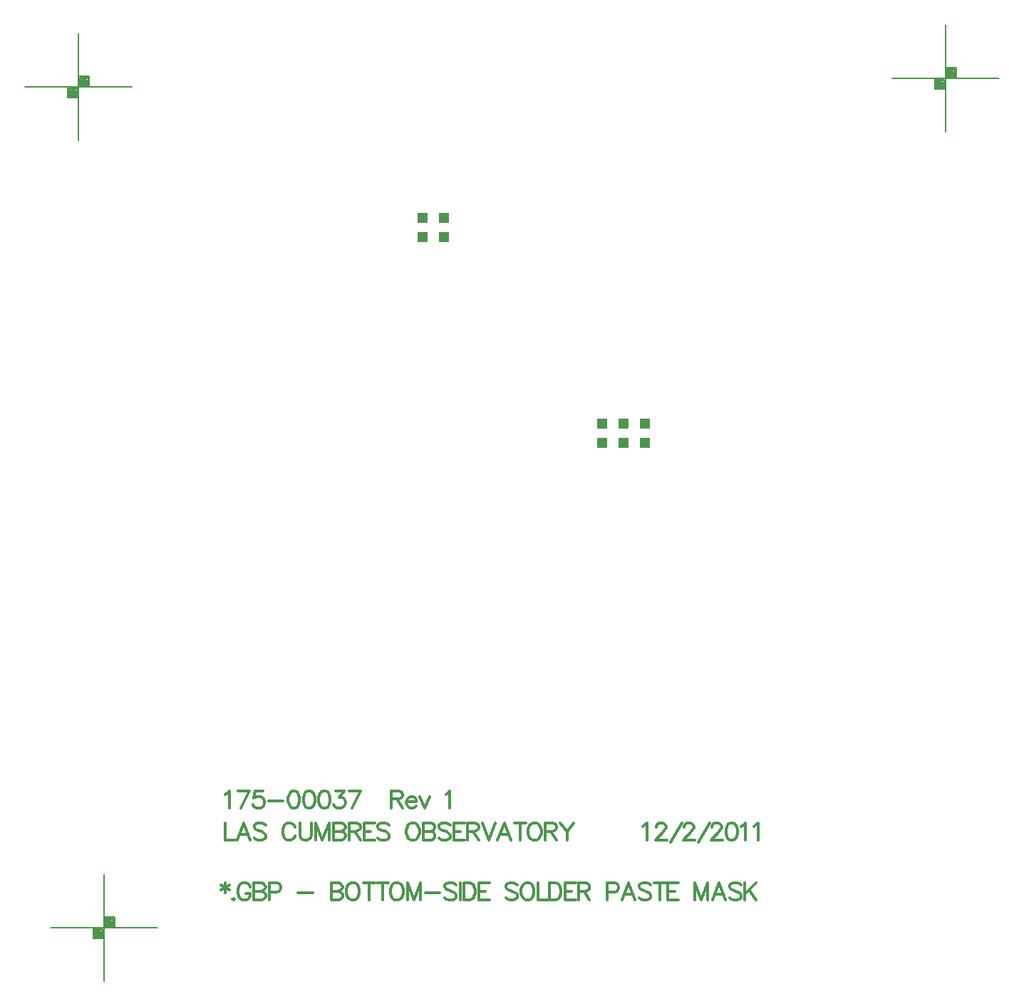
<source format=gbp>
%FSLAX23Y23*%
%MOIN*%
G70*
G01*
G75*
G04 Layer_Color=128*
%ADD10C,0.010*%
%ADD11C,0.012*%
%ADD12C,0.008*%
%ADD13C,0.012*%
%ADD14C,0.012*%
%ADD15C,0.069*%
%ADD16R,0.069X0.069*%
%ADD17C,0.177*%
%ADD18C,0.059*%
%ADD19R,0.059X0.059*%
%ADD20C,0.120*%
%ADD21R,0.120X0.120*%
%ADD22C,0.050*%
%ADD23C,0.040*%
%ADD24C,0.087*%
G04:AMPARAMS|DCode=25|XSize=87.244mil|YSize=87.244mil|CornerRadius=0mil|HoleSize=0mil|Usage=FLASHONLY|Rotation=0.000|XOffset=0mil|YOffset=0mil|HoleType=Round|Shape=Relief|Width=10mil|Gap=10mil|Entries=4|*
%AMTHD25*
7,0,0,0.087,0.067,0.010,45*
%
%ADD25THD25*%
%ADD26C,0.162*%
%ADD27C,0.075*%
G04:AMPARAMS|DCode=28|XSize=110mil|YSize=110mil|CornerRadius=0mil|HoleSize=0mil|Usage=FLASHONLY|Rotation=0.000|XOffset=0mil|YOffset=0mil|HoleType=Round|Shape=Relief|Width=10mil|Gap=10mil|Entries=4|*
%AMTHD28*
7,0,0,0.110,0.090,0.010,45*
%
%ADD28THD28*%
%ADD29C,0.110*%
%ADD30C,0.068*%
G04:AMPARAMS|DCode=31|XSize=68mil|YSize=68mil|CornerRadius=0mil|HoleSize=0mil|Usage=FLASHONLY|Rotation=0.000|XOffset=0mil|YOffset=0mil|HoleType=Round|Shape=Relief|Width=10mil|Gap=10mil|Entries=4|*
%AMTHD31*
7,0,0,0.068,0.048,0.010,45*
%
%ADD31THD31*%
%ADD32R,0.050X0.050*%
%ADD33C,0.005*%
%ADD34C,0.020*%
%ADD35R,0.315X0.135*%
%ADD36C,0.077*%
%ADD37R,0.077X0.077*%
%ADD38C,0.185*%
%ADD39C,0.067*%
%ADD40R,0.067X0.067*%
%ADD41C,0.128*%
%ADD42R,0.128X0.128*%
%ADD43C,0.058*%
%ADD44R,0.888X0.233*%
%ADD45R,0.058X0.058*%
D12*
X47518Y37098D02*
X48018D01*
X47768Y36848D02*
Y37348D01*
X47818Y37098D02*
Y37148D01*
X47768D02*
X47818D01*
X47718Y37048D02*
Y37098D01*
Y37048D02*
X47768D01*
X47723Y37093D02*
X47763D01*
X47723Y37053D02*
Y37093D01*
Y37053D02*
X47763D01*
Y37093D01*
X47728Y37088D02*
X47758D01*
X47728Y37058D02*
Y37088D01*
Y37058D02*
X47758D01*
Y37083D01*
X47733D02*
X47753D01*
X47733Y37063D02*
Y37083D01*
Y37063D02*
X47753D01*
Y37078D01*
X47738D02*
X47748D01*
X47738Y37068D02*
Y37078D01*
Y37068D02*
X47748D01*
Y37078D01*
X47738Y37073D02*
X47748D01*
X47773Y37143D02*
X47813D01*
X47773Y37103D02*
Y37143D01*
Y37103D02*
X47813D01*
Y37143D01*
X47778Y37138D02*
X47808D01*
X47778Y37108D02*
Y37138D01*
Y37108D02*
X47808D01*
Y37133D01*
X47783D02*
X47803D01*
X47783Y37113D02*
Y37133D01*
Y37113D02*
X47803D01*
Y37128D01*
X47788D02*
X47798D01*
X47788Y37118D02*
Y37128D01*
Y37118D02*
X47798D01*
Y37128D01*
X47788Y37123D02*
X47798D01*
X43463Y37058D02*
X43963D01*
X43713Y36808D02*
Y37308D01*
X43763Y37058D02*
Y37108D01*
X43713D02*
X43763D01*
X43663Y37008D02*
Y37058D01*
Y37008D02*
X43713D01*
X43668Y37053D02*
X43708D01*
X43668Y37013D02*
Y37053D01*
Y37013D02*
X43708D01*
Y37053D01*
X43673Y37048D02*
X43703D01*
X43673Y37018D02*
Y37048D01*
Y37018D02*
X43703D01*
Y37043D01*
X43678D02*
X43698D01*
X43678Y37023D02*
Y37043D01*
Y37023D02*
X43698D01*
Y37038D01*
X43683D02*
X43693D01*
X43683Y37028D02*
Y37038D01*
Y37028D02*
X43693D01*
Y37038D01*
X43683Y37033D02*
X43693D01*
X43718Y37103D02*
X43758D01*
X43718Y37063D02*
Y37103D01*
Y37063D02*
X43758D01*
Y37103D01*
X43723Y37098D02*
X43753D01*
X43723Y37068D02*
Y37098D01*
Y37068D02*
X43753D01*
Y37093D01*
X43728D02*
X43748D01*
X43728Y37073D02*
Y37093D01*
Y37073D02*
X43748D01*
Y37088D01*
X43733D02*
X43743D01*
X43733Y37078D02*
Y37088D01*
Y37078D02*
X43743D01*
Y37088D01*
X43733Y37083D02*
X43743D01*
X43581Y33121D02*
X44081D01*
X43831Y32871D02*
Y33371D01*
X43881Y33121D02*
Y33171D01*
X43831D02*
X43881D01*
X43781Y33071D02*
Y33121D01*
Y33071D02*
X43831D01*
X43786Y33116D02*
X43826D01*
X43786Y33076D02*
Y33116D01*
Y33076D02*
X43826D01*
Y33116D01*
X43791Y33111D02*
X43821D01*
X43791Y33081D02*
Y33111D01*
Y33081D02*
X43821D01*
Y33106D01*
X43796D02*
X43816D01*
X43796Y33086D02*
Y33106D01*
Y33086D02*
X43816D01*
Y33101D01*
X43801D02*
X43811D01*
X43801Y33091D02*
Y33101D01*
Y33091D02*
X43811D01*
Y33101D01*
X43801Y33096D02*
X43811D01*
X43836Y33166D02*
X43876D01*
X43836Y33126D02*
Y33166D01*
Y33126D02*
X43876D01*
Y33166D01*
X43841Y33161D02*
X43871D01*
X43841Y33131D02*
Y33161D01*
Y33131D02*
X43871D01*
Y33156D01*
X43846D02*
X43866D01*
X43846Y33136D02*
Y33156D01*
Y33136D02*
X43866D01*
Y33151D01*
X43851D02*
X43861D01*
X43851Y33141D02*
Y33151D01*
Y33141D02*
X43861D01*
Y33151D01*
X43851Y33146D02*
X43861D01*
D13*
X44397Y33331D02*
Y33285D01*
X44378Y33320D02*
X44417Y33297D01*
Y33320D02*
X44378Y33297D01*
X44437Y33259D02*
X44433Y33255D01*
X44437Y33251D01*
X44441Y33255D01*
X44437Y33259D01*
X44515Y33312D02*
X44511Y33320D01*
X44504Y33327D01*
X44496Y33331D01*
X44481D01*
X44473Y33327D01*
X44466Y33320D01*
X44462Y33312D01*
X44458Y33301D01*
Y33282D01*
X44462Y33270D01*
X44466Y33262D01*
X44473Y33255D01*
X44481Y33251D01*
X44496D01*
X44504Y33255D01*
X44511Y33262D01*
X44515Y33270D01*
Y33282D01*
X44496D02*
X44515D01*
X44533Y33331D02*
Y33251D01*
Y33331D02*
X44568D01*
X44579Y33327D01*
X44583Y33323D01*
X44587Y33316D01*
Y33308D01*
X44583Y33301D01*
X44579Y33297D01*
X44568Y33293D01*
X44533D02*
X44568D01*
X44579Y33289D01*
X44583Y33285D01*
X44587Y33278D01*
Y33266D01*
X44583Y33259D01*
X44579Y33255D01*
X44568Y33251D01*
X44533D01*
X44605Y33289D02*
X44639D01*
X44650Y33293D01*
X44654Y33297D01*
X44658Y33304D01*
Y33316D01*
X44654Y33323D01*
X44650Y33327D01*
X44639Y33331D01*
X44605D01*
Y33251D01*
X44739Y33285D02*
X44807D01*
X44894Y33331D02*
Y33251D01*
Y33331D02*
X44928D01*
X44939Y33327D01*
X44943Y33323D01*
X44947Y33316D01*
Y33308D01*
X44943Y33301D01*
X44939Y33297D01*
X44928Y33293D01*
X44894D02*
X44928D01*
X44939Y33289D01*
X44943Y33285D01*
X44947Y33278D01*
Y33266D01*
X44943Y33259D01*
X44939Y33255D01*
X44928Y33251D01*
X44894D01*
X44988Y33331D02*
X44980Y33327D01*
X44973Y33320D01*
X44969Y33312D01*
X44965Y33301D01*
Y33282D01*
X44969Y33270D01*
X44973Y33262D01*
X44980Y33255D01*
X44988Y33251D01*
X45003D01*
X45011Y33255D01*
X45018Y33262D01*
X45022Y33270D01*
X45026Y33282D01*
Y33301D01*
X45022Y33312D01*
X45018Y33320D01*
X45011Y33327D01*
X45003Y33331D01*
X44988D01*
X45071D02*
Y33251D01*
X45045Y33331D02*
X45098D01*
X45134D02*
Y33251D01*
X45107Y33331D02*
X45161D01*
X45193D02*
X45186Y33327D01*
X45178Y33320D01*
X45174Y33312D01*
X45170Y33301D01*
Y33282D01*
X45174Y33270D01*
X45178Y33262D01*
X45186Y33255D01*
X45193Y33251D01*
X45208D01*
X45216Y33255D01*
X45224Y33262D01*
X45227Y33270D01*
X45231Y33282D01*
Y33301D01*
X45227Y33312D01*
X45224Y33320D01*
X45216Y33327D01*
X45208Y33331D01*
X45193D01*
X45250D02*
Y33251D01*
Y33331D02*
X45280Y33251D01*
X45311Y33331D02*
X45280Y33251D01*
X45311Y33331D02*
Y33251D01*
X45334Y33285D02*
X45402D01*
X45479Y33320D02*
X45472Y33327D01*
X45460Y33331D01*
X45445D01*
X45433Y33327D01*
X45426Y33320D01*
Y33312D01*
X45430Y33304D01*
X45433Y33301D01*
X45441Y33297D01*
X45464Y33289D01*
X45472Y33285D01*
X45475Y33282D01*
X45479Y33274D01*
Y33262D01*
X45472Y33255D01*
X45460Y33251D01*
X45445D01*
X45433Y33255D01*
X45426Y33262D01*
X45497Y33331D02*
Y33251D01*
X45514Y33331D02*
Y33251D01*
Y33331D02*
X45540D01*
X45552Y33327D01*
X45560Y33320D01*
X45563Y33312D01*
X45567Y33301D01*
Y33282D01*
X45563Y33270D01*
X45560Y33262D01*
X45552Y33255D01*
X45540Y33251D01*
X45514D01*
X45635Y33331D02*
X45585D01*
Y33251D01*
X45635D01*
X45585Y33293D02*
X45616D01*
X45764Y33320D02*
X45756Y33327D01*
X45745Y33331D01*
X45730D01*
X45718Y33327D01*
X45711Y33320D01*
Y33312D01*
X45715Y33304D01*
X45718Y33301D01*
X45726Y33297D01*
X45749Y33289D01*
X45756Y33285D01*
X45760Y33282D01*
X45764Y33274D01*
Y33262D01*
X45756Y33255D01*
X45745Y33251D01*
X45730D01*
X45718Y33255D01*
X45711Y33262D01*
X45805Y33331D02*
X45797Y33327D01*
X45790Y33320D01*
X45786Y33312D01*
X45782Y33301D01*
Y33282D01*
X45786Y33270D01*
X45790Y33262D01*
X45797Y33255D01*
X45805Y33251D01*
X45820D01*
X45828Y33255D01*
X45835Y33262D01*
X45839Y33270D01*
X45843Y33282D01*
Y33301D01*
X45839Y33312D01*
X45835Y33320D01*
X45828Y33327D01*
X45820Y33331D01*
X45805D01*
X45862D02*
Y33251D01*
X45907D01*
X45916Y33331D02*
Y33251D01*
Y33331D02*
X45943D01*
X45954Y33327D01*
X45962Y33320D01*
X45966Y33312D01*
X45969Y33301D01*
Y33282D01*
X45966Y33270D01*
X45962Y33262D01*
X45954Y33255D01*
X45943Y33251D01*
X45916D01*
X46037Y33331D02*
X45987D01*
Y33251D01*
X46037D01*
X45987Y33293D02*
X46018D01*
X46050Y33331D02*
Y33251D01*
Y33331D02*
X46084D01*
X46096Y33327D01*
X46100Y33323D01*
X46103Y33316D01*
Y33308D01*
X46100Y33301D01*
X46096Y33297D01*
X46084Y33293D01*
X46050D01*
X46077D02*
X46103Y33251D01*
X46184Y33289D02*
X46218D01*
X46230Y33293D01*
X46234Y33297D01*
X46237Y33304D01*
Y33316D01*
X46234Y33323D01*
X46230Y33327D01*
X46218Y33331D01*
X46184D01*
Y33251D01*
X46316D02*
X46286Y33331D01*
X46255Y33251D01*
X46267Y33278D02*
X46305D01*
X46388Y33320D02*
X46381Y33327D01*
X46369Y33331D01*
X46354D01*
X46343Y33327D01*
X46335Y33320D01*
Y33312D01*
X46339Y33304D01*
X46343Y33301D01*
X46350Y33297D01*
X46373Y33289D01*
X46381Y33285D01*
X46385Y33282D01*
X46388Y33274D01*
Y33262D01*
X46381Y33255D01*
X46369Y33251D01*
X46354D01*
X46343Y33255D01*
X46335Y33262D01*
X46433Y33331D02*
Y33251D01*
X46406Y33331D02*
X46460D01*
X46519D02*
X46469D01*
Y33251D01*
X46519D01*
X46469Y33293D02*
X46500D01*
X46595Y33331D02*
Y33251D01*
Y33331D02*
X46625Y33251D01*
X46656Y33331D02*
X46625Y33251D01*
X46656Y33331D02*
Y33251D01*
X46739D02*
X46709Y33331D01*
X46679Y33251D01*
X46690Y33278D02*
X46728D01*
X46811Y33320D02*
X46804Y33327D01*
X46792Y33331D01*
X46777D01*
X46766Y33327D01*
X46758Y33320D01*
Y33312D01*
X46762Y33304D01*
X46766Y33301D01*
X46773Y33297D01*
X46796Y33289D01*
X46804Y33285D01*
X46808Y33282D01*
X46811Y33274D01*
Y33262D01*
X46804Y33255D01*
X46792Y33251D01*
X46777D01*
X46766Y33255D01*
X46758Y33262D01*
X46829Y33331D02*
Y33251D01*
X46883Y33331D02*
X46829Y33278D01*
X46848Y33297D02*
X46883Y33251D01*
X44399Y33746D02*
X44407Y33750D01*
X44419Y33762D01*
Y33682D01*
X44511Y33762D02*
X44473Y33682D01*
X44458Y33762D02*
X44511D01*
X44575D02*
X44537D01*
X44533Y33727D01*
X44537Y33731D01*
X44548Y33735D01*
X44560D01*
X44571Y33731D01*
X44579Y33724D01*
X44583Y33712D01*
Y33704D01*
X44579Y33693D01*
X44571Y33685D01*
X44560Y33682D01*
X44548D01*
X44537Y33685D01*
X44533Y33689D01*
X44529Y33697D01*
X44601Y33716D02*
X44669D01*
X44716Y33762D02*
X44704Y33758D01*
X44697Y33746D01*
X44693Y33727D01*
Y33716D01*
X44697Y33697D01*
X44704Y33685D01*
X44716Y33682D01*
X44723D01*
X44735Y33685D01*
X44742Y33697D01*
X44746Y33716D01*
Y33727D01*
X44742Y33746D01*
X44735Y33758D01*
X44723Y33762D01*
X44716D01*
X44787D02*
X44775Y33758D01*
X44768Y33746D01*
X44764Y33727D01*
Y33716D01*
X44768Y33697D01*
X44775Y33685D01*
X44787Y33682D01*
X44794D01*
X44806Y33685D01*
X44814Y33697D01*
X44817Y33716D01*
Y33727D01*
X44814Y33746D01*
X44806Y33758D01*
X44794Y33762D01*
X44787D01*
X44858D02*
X44847Y33758D01*
X44839Y33746D01*
X44835Y33727D01*
Y33716D01*
X44839Y33697D01*
X44847Y33685D01*
X44858Y33682D01*
X44866D01*
X44877Y33685D01*
X44885Y33697D01*
X44889Y33716D01*
Y33727D01*
X44885Y33746D01*
X44877Y33758D01*
X44866Y33762D01*
X44858D01*
X44914D02*
X44956D01*
X44933Y33731D01*
X44945D01*
X44952Y33727D01*
X44956Y33724D01*
X44960Y33712D01*
Y33704D01*
X44956Y33693D01*
X44948Y33685D01*
X44937Y33682D01*
X44925D01*
X44914Y33685D01*
X44910Y33689D01*
X44906Y33697D01*
X45031Y33762D02*
X44993Y33682D01*
X44978Y33762D02*
X45031D01*
X45175D02*
Y33682D01*
Y33762D02*
X45209D01*
X45220Y33758D01*
X45224Y33754D01*
X45228Y33746D01*
Y33739D01*
X45224Y33731D01*
X45220Y33727D01*
X45209Y33724D01*
X45175D01*
X45201D02*
X45228Y33682D01*
X45246Y33712D02*
X45291D01*
Y33720D01*
X45288Y33727D01*
X45284Y33731D01*
X45276Y33735D01*
X45265D01*
X45257Y33731D01*
X45250Y33724D01*
X45246Y33712D01*
Y33704D01*
X45250Y33693D01*
X45257Y33685D01*
X45265Y33682D01*
X45276D01*
X45284Y33685D01*
X45291Y33693D01*
X45309Y33735D02*
X45331Y33682D01*
X45354Y33735D02*
X45331Y33682D01*
X45430Y33746D02*
X45438Y33750D01*
X45449Y33762D01*
Y33682D01*
D14*
X44399Y33612D02*
Y33532D01*
X44445D01*
X44515D02*
X44484Y33612D01*
X44454Y33532D01*
X44465Y33558D02*
X44503D01*
X44587Y33600D02*
X44579Y33608D01*
X44568Y33612D01*
X44553D01*
X44541Y33608D01*
X44534Y33600D01*
Y33593D01*
X44537Y33585D01*
X44541Y33581D01*
X44549Y33577D01*
X44572Y33570D01*
X44579Y33566D01*
X44583Y33562D01*
X44587Y33554D01*
Y33543D01*
X44579Y33535D01*
X44568Y33532D01*
X44553D01*
X44541Y33535D01*
X44534Y33543D01*
X44725Y33593D02*
X44721Y33600D01*
X44713Y33608D01*
X44706Y33612D01*
X44690D01*
X44683Y33608D01*
X44675Y33600D01*
X44671Y33593D01*
X44668Y33581D01*
Y33562D01*
X44671Y33551D01*
X44675Y33543D01*
X44683Y33535D01*
X44690Y33532D01*
X44706D01*
X44713Y33535D01*
X44721Y33543D01*
X44725Y33551D01*
X44747Y33612D02*
Y33554D01*
X44751Y33543D01*
X44759Y33535D01*
X44770Y33532D01*
X44778D01*
X44789Y33535D01*
X44797Y33543D01*
X44801Y33554D01*
Y33612D01*
X44823D02*
Y33532D01*
Y33612D02*
X44853Y33532D01*
X44884Y33612D02*
X44853Y33532D01*
X44884Y33612D02*
Y33532D01*
X44906Y33612D02*
Y33532D01*
Y33612D02*
X44941D01*
X44952Y33608D01*
X44956Y33604D01*
X44960Y33596D01*
Y33589D01*
X44956Y33581D01*
X44952Y33577D01*
X44941Y33573D01*
X44906D02*
X44941D01*
X44952Y33570D01*
X44956Y33566D01*
X44960Y33558D01*
Y33547D01*
X44956Y33539D01*
X44952Y33535D01*
X44941Y33532D01*
X44906D01*
X44978Y33612D02*
Y33532D01*
Y33612D02*
X45012D01*
X45023Y33608D01*
X45027Y33604D01*
X45031Y33596D01*
Y33589D01*
X45027Y33581D01*
X45023Y33577D01*
X45012Y33573D01*
X44978D01*
X45004D02*
X45031Y33532D01*
X45098Y33612D02*
X45049D01*
Y33532D01*
X45098D01*
X45049Y33573D02*
X45079D01*
X45165Y33600D02*
X45157Y33608D01*
X45146Y33612D01*
X45131D01*
X45119Y33608D01*
X45112Y33600D01*
Y33593D01*
X45116Y33585D01*
X45119Y33581D01*
X45127Y33577D01*
X45150Y33570D01*
X45157Y33566D01*
X45161Y33562D01*
X45165Y33554D01*
Y33543D01*
X45157Y33535D01*
X45146Y33532D01*
X45131D01*
X45119Y33535D01*
X45112Y33543D01*
X45269Y33612D02*
X45261Y33608D01*
X45253Y33600D01*
X45250Y33593D01*
X45246Y33581D01*
Y33562D01*
X45250Y33551D01*
X45253Y33543D01*
X45261Y33535D01*
X45269Y33532D01*
X45284D01*
X45291Y33535D01*
X45299Y33543D01*
X45303Y33551D01*
X45307Y33562D01*
Y33581D01*
X45303Y33593D01*
X45299Y33600D01*
X45291Y33608D01*
X45284Y33612D01*
X45269D01*
X45325D02*
Y33532D01*
Y33612D02*
X45360D01*
X45371Y33608D01*
X45375Y33604D01*
X45379Y33596D01*
Y33589D01*
X45375Y33581D01*
X45371Y33577D01*
X45360Y33573D01*
X45325D02*
X45360D01*
X45371Y33570D01*
X45375Y33566D01*
X45379Y33558D01*
Y33547D01*
X45375Y33539D01*
X45371Y33535D01*
X45360Y33532D01*
X45325D01*
X45450Y33600D02*
X45442Y33608D01*
X45431Y33612D01*
X45416D01*
X45404Y33608D01*
X45397Y33600D01*
Y33593D01*
X45400Y33585D01*
X45404Y33581D01*
X45412Y33577D01*
X45435Y33570D01*
X45442Y33566D01*
X45446Y33562D01*
X45450Y33554D01*
Y33543D01*
X45442Y33535D01*
X45431Y33532D01*
X45416D01*
X45404Y33535D01*
X45397Y33543D01*
X45517Y33612D02*
X45468D01*
Y33532D01*
X45517D01*
X45468Y33573D02*
X45498D01*
X45531Y33612D02*
Y33532D01*
Y33612D02*
X45565D01*
X45576Y33608D01*
X45580Y33604D01*
X45584Y33596D01*
Y33589D01*
X45580Y33581D01*
X45576Y33577D01*
X45565Y33573D01*
X45531D01*
X45557D02*
X45584Y33532D01*
X45602Y33612D02*
X45632Y33532D01*
X45663Y33612D02*
X45632Y33532D01*
X45734D02*
X45704Y33612D01*
X45673Y33532D01*
X45685Y33558D02*
X45723D01*
X45779Y33612D02*
Y33532D01*
X45753Y33612D02*
X45806D01*
X45838D02*
X45831Y33608D01*
X45823Y33600D01*
X45819Y33593D01*
X45816Y33581D01*
Y33562D01*
X45819Y33551D01*
X45823Y33543D01*
X45831Y33535D01*
X45838Y33532D01*
X45854D01*
X45861Y33535D01*
X45869Y33543D01*
X45873Y33551D01*
X45877Y33562D01*
Y33581D01*
X45873Y33593D01*
X45869Y33600D01*
X45861Y33608D01*
X45854Y33612D01*
X45838D01*
X45895D02*
Y33532D01*
Y33612D02*
X45929D01*
X45941Y33608D01*
X45945Y33604D01*
X45948Y33596D01*
Y33589D01*
X45945Y33581D01*
X45941Y33577D01*
X45929Y33573D01*
X45895D01*
X45922D02*
X45948Y33532D01*
X45966Y33612D02*
X45997Y33573D01*
Y33532D01*
X46027Y33612D02*
X45997Y33573D01*
X46352Y33596D02*
X46359Y33600D01*
X46371Y33612D01*
Y33532D01*
X46414Y33593D02*
Y33596D01*
X46418Y33604D01*
X46422Y33608D01*
X46430Y33612D01*
X46445D01*
X46452Y33608D01*
X46456Y33604D01*
X46460Y33596D01*
Y33589D01*
X46456Y33581D01*
X46449Y33570D01*
X46410Y33532D01*
X46464D01*
X46482Y33520D02*
X46535Y33612D01*
X46544Y33593D02*
Y33596D01*
X46548Y33604D01*
X46552Y33608D01*
X46559Y33612D01*
X46575D01*
X46582Y33608D01*
X46586Y33604D01*
X46590Y33596D01*
Y33589D01*
X46586Y33581D01*
X46578Y33570D01*
X46540Y33532D01*
X46594D01*
X46612Y33520D02*
X46665Y33612D01*
X46674Y33593D02*
Y33596D01*
X46678Y33604D01*
X46682Y33608D01*
X46689Y33612D01*
X46705D01*
X46712Y33608D01*
X46716Y33604D01*
X46720Y33596D01*
Y33589D01*
X46716Y33581D01*
X46708Y33570D01*
X46670Y33532D01*
X46724D01*
X46764Y33612D02*
X46753Y33608D01*
X46745Y33596D01*
X46741Y33577D01*
Y33566D01*
X46745Y33547D01*
X46753Y33535D01*
X46764Y33532D01*
X46772D01*
X46783Y33535D01*
X46791Y33547D01*
X46795Y33566D01*
Y33577D01*
X46791Y33596D01*
X46783Y33608D01*
X46772Y33612D01*
X46764D01*
X46813Y33596D02*
X46820Y33600D01*
X46832Y33612D01*
Y33532D01*
X46871Y33596D02*
X46879Y33600D01*
X46890Y33612D01*
Y33532D01*
D32*
X46160Y35480D02*
D03*
Y35390D02*
D03*
X46260Y35480D02*
D03*
Y35390D02*
D03*
X46360Y35480D02*
D03*
Y35390D02*
D03*
X45420Y36445D02*
D03*
Y36355D02*
D03*
X45320Y36445D02*
D03*
Y36355D02*
D03*
M02*

</source>
